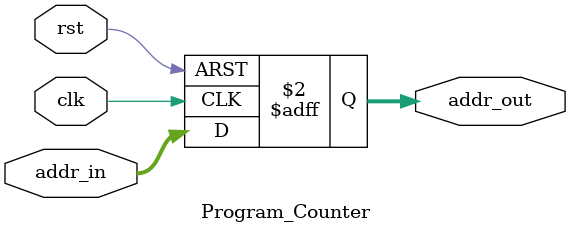
<source format=v>
module Program_Counter (
	clk,
	rst,
	addr_in,
	addr_out
);
	input clk;
	input rst;
	input [31:0] addr_in;
	output reg [31:0] addr_out;
	always @(posedge clk or posedge rst)
		if (rst)
			addr_out <= 32'h00000000;
		else
			addr_out <= addr_in;
endmodule

</source>
